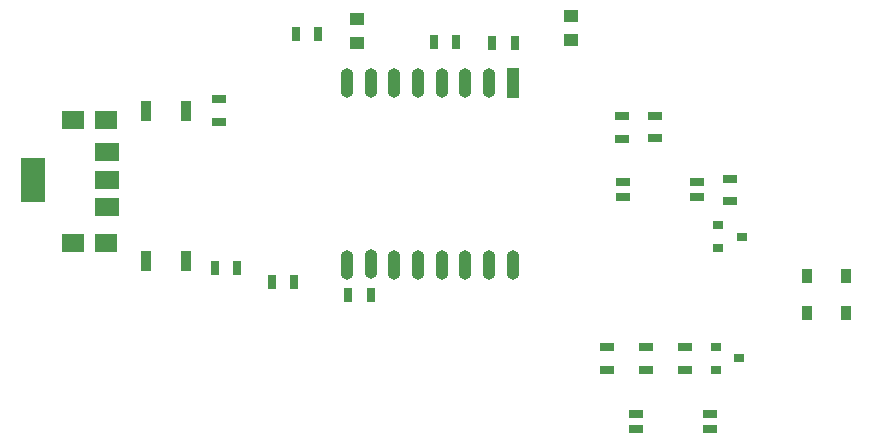
<source format=gtp>
G04 #@! TF.GenerationSoftware,KiCad,Pcbnew,(2017-04-22 revision b38541345)-makepkg*
G04 #@! TF.CreationDate,2017-04-30T17:34:09-07:00*
G04 #@! TF.ProjectId,Pool Lights,506F6F6C204C69676874732E6B696361,rev?*
G04 #@! TF.FileFunction,Paste,Top*
G04 #@! TF.FilePolarity,Positive*
%FSLAX46Y46*%
G04 Gerber Fmt 4.6, Leading zero omitted, Abs format (unit mm)*
G04 Created by KiCad (PCBNEW (2017-04-22 revision b38541345)-makepkg) date 04/30/17 17:34:09*
%MOMM*%
%LPD*%
G01*
G04 APERTURE LIST*
%ADD10C,0.100000*%
%ADD11R,1.100000X2.500000*%
%ADD12O,1.100000X2.500000*%
%ADD13R,1.250000X1.000000*%
%ADD14R,0.700000X1.300000*%
%ADD15R,1.300000X0.700000*%
%ADD16R,0.900000X1.200000*%
%ADD17R,0.900000X0.800000*%
%ADD18R,1.950000X1.500000*%
%ADD19R,2.000000X3.800000*%
%ADD20R,2.000000X1.500000*%
%ADD21R,1.300000X0.800000*%
%ADD22R,0.900000X1.700000*%
G04 APERTURE END LIST*
D10*
D11*
X103352600Y-83882000D03*
D12*
X101352600Y-83882000D03*
X99352600Y-83882000D03*
X97352600Y-83882000D03*
X95352600Y-83882000D03*
X93352600Y-83882000D03*
X91352600Y-83882000D03*
X89352600Y-83882000D03*
X89352600Y-99282000D03*
X91352600Y-99182000D03*
X93352600Y-99282000D03*
X95352600Y-99282000D03*
X97352600Y-99282000D03*
X99352600Y-99282000D03*
X101352600Y-99282000D03*
X103352600Y-99282000D03*
D13*
X90144600Y-80502000D03*
X90144600Y-78502000D03*
D14*
X96687600Y-80391000D03*
X98587600Y-80391000D03*
X101640600Y-80518000D03*
X103540600Y-80518000D03*
X91348600Y-101854000D03*
X89448600Y-101854000D03*
X84871600Y-100711000D03*
X82971600Y-100711000D03*
D15*
X112655600Y-86696000D03*
X112655600Y-88596000D03*
X111385600Y-106254000D03*
X111385600Y-108154000D03*
X115417600Y-88580000D03*
X115417600Y-86680000D03*
X114687600Y-108154000D03*
X114687600Y-106254000D03*
X121767600Y-93914000D03*
X121767600Y-92014000D03*
X117989600Y-106254000D03*
X117989600Y-108154000D03*
D16*
X131545600Y-100203000D03*
X128245600Y-100203000D03*
X131545600Y-103378000D03*
X128245600Y-103378000D03*
D17*
X120767600Y-95951000D03*
X120767600Y-97851000D03*
X122767600Y-96901000D03*
X120545600Y-106254000D03*
X120545600Y-108154000D03*
X122545600Y-107204000D03*
D18*
X68913600Y-86995000D03*
X66163600Y-86995000D03*
X66163600Y-97409000D03*
X68913600Y-97409000D03*
D19*
X62712200Y-92075000D03*
D20*
X69012200Y-92075000D03*
X69012200Y-89775000D03*
X69012200Y-94375000D03*
D21*
X113791600Y-111882000D03*
X113791600Y-113162000D03*
X120091600Y-113162000D03*
X120091600Y-111882000D03*
D13*
X108305600Y-80248000D03*
X108305600Y-78248000D03*
D15*
X78460600Y-87183000D03*
X78460600Y-85283000D03*
D14*
X78145600Y-99568000D03*
X80045600Y-99568000D03*
D22*
X75715600Y-86233000D03*
X72315600Y-86233000D03*
X75715600Y-98933000D03*
X72315600Y-98933000D03*
D14*
X86903600Y-79756000D03*
X85003600Y-79756000D03*
D21*
X118980600Y-92238400D03*
X118980600Y-93518400D03*
X112680600Y-93518400D03*
X112680600Y-92238400D03*
M02*

</source>
